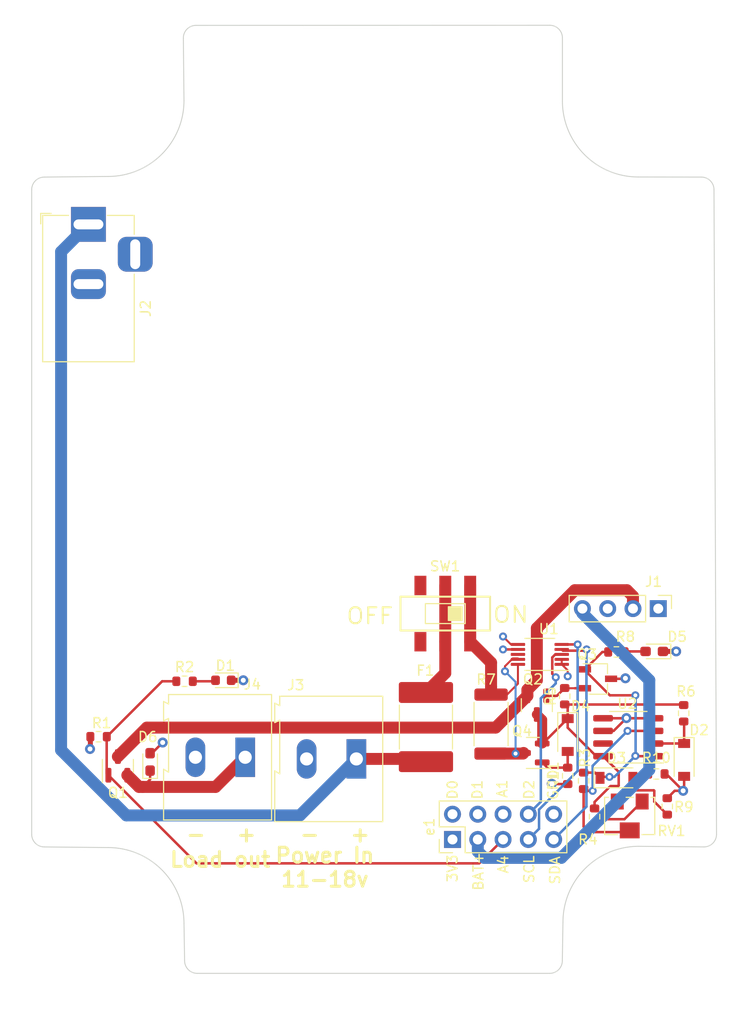
<source format=kicad_pcb>
(kicad_pcb (version 20211014) (generator pcbnew)
  (layers (0 "F.Cu" signal) (1 "In1.Cu" power "Gnd.Cu") (2 "In2.Cu" power "Pwr.Cu") (31 "B.Cu" signal) (34 "B.Paste" user) (35 "F.Paste" user) (36 "B.SilkS" user "B.Silkscreen") (37 "F.SilkS" user "F.Silkscreen") (38 "B.Mask" user) (39 "F.Mask" user) (44 "Edge.Cuts" user))
  (net 0 "")
  (net 1 "GND")
  (net 2 "LOAD_OUT")
  (net 3 "+5V")
  (net 4 "+3V3")
  (net 5 "LOAD_ENABLE")
  (net 6 "SCL")
  (net 7 "INPUT_ALERT")
  (net 8 "SDA")
  (net 10 "Net-(F1-Pad2)")
  (net 11 "Net-(F1-Pad1)")
  (net 16 "POWER1")
  (net 17 "Net-(D4-Pad2)")
  (net 18 "Net-(RV1-Pad2)")
  (net 19 "Net-(D5-Pad2)")
  (net 21 "POWER2")
  (net 22 "Net-(Q2-Pad1)")
  (net 23 "Net-(R9-Pad1)")
  (net 25 "/C_Sense_p2")
  (net 26 "Net-(D1-Pad2)")
  (net 27 "Net-(D2-Pad1)")
  (net 28 "Net-(D3-Pad1)")
  (net 29 "Net-(D3-Pad2)")
  (net 31 "/C_Sense_p1")
  (net 32 "Net-(R4-Pad2)")
  (footprint "LED_SMD:LED_0603_1608Metric" (layer "F.Cu") (at 119.6 116.6 180)
    (fp_text reference "D1" (at -0.2 1.47 180) (layer "F.SilkS"))
    (fp_text value "LED_LOAD")
    (fp_line (start -1.485 -0.735) (end -1.485 0.735) (layer "F.SilkS") (width 0.12))
    (fp_line (start -1.485 0.735) (end 0.8 0.735) (layer "F.SilkS") (width 0.12))
    (fp_line (start 0.8 -0.735) (end -1.485 -0.735) (layer "F.SilkS") (width 0.12))
    (pad "1" smd roundrect (at -0.7875 0 180) (size 0.875 0.95) (layers "F.Cu" "F.Paste" "F.Mask") (net 1 "GND"))
    (pad "2" smd roundrect (at 0.7875 0 180) (size 0.875 0.95) (layers "F.Cu" "F.Paste" "F.Mask") (net 26 "Net-(D1-Pad2)"))
  )
  (footprint "Connector_BarrelJack:BarrelJack_Horizontal" (layer "F.Cu") (at 106.0425 70.8 90)
    (fp_text reference "J2" (at -8.45 5.75 90) (layer "F.SilkS"))
    (fp_text value "Barrel_Jack")
    (fp_line (start 1.1 -3.75) (end 1.1 -4.8) (layer "F.SilkS") (width 0.12))
    (fp_line (start 0.05 -4.8) (end 1.1 -4.8) (layer "F.SilkS") (width 0.12))
    (fp_line (start 0.9 -4.6) (end 0.9 -2) (layer "F.SilkS") (width 0.12))
    (fp_line (start 0.9 1.9) (end 0.9 4.6) (layer "F.SilkS") (width 0.12))
    (fp_line (start -13.8 4.6) (end -13.8 -4.6) (layer "F.SilkS") (width 0.12))
    (fp_line (start 0.9 4.6) (end -1 4.6) (layer "F.SilkS") (width 0.12))
    (fp_line (start -13.8 -4.6) (end 0.9 -4.6) (layer "F.SilkS") (width 0.12))
    (fp_line (start -5 4.6) (end -13.8 4.6) (layer "F.SilkS") (width 0.12))
    (pad "1" thru_hole rect (at 0 0 90) (size 3.5 3.5) (drill oval 1 3) (layers *.Cu *.Mask) (net 11 "Net-(F1-Pad1)"))
    (pad "2" thru_hole roundrect (at -6 0 90) (size 3 3.5) (drill oval 1 3) (layers *.Cu *.Mask) (net 1 "GND"))
    (pad "3" thru_hole roundrect (at -3 4.7 90) (size 3.5 3.5) (drill oval 3 1) (layers *.Cu *.Mask))
  )
  (footprint "Resistor_SMD:R_0603_1608Metric" (layer "F.Cu") (at 164.205 129.27 90)
    (fp_text reference "R9" (at -0.055 1.665 180) (layer "F.SilkS"))
    (fp_text value "39K")
    (fp_line (start -0.237258 -0.5225) (end 0.237258 -0.5225) (layer "F.SilkS") (width 0.12))
    (fp_line (start -0.237258 0.5225) (end 0.237258 0.5225) (layer "F.SilkS") (width 0.12))
    (pad "1" smd roundrect (at -0.825 0 90) (size 0.8 0.95) (layers "F.Cu" "F.Paste" "F.Mask") (net 23 "Net-(R9-Pad1)"))
    (pad "2" smd roundrect (at 0.825 0 90) (size 0.8 0.95) (layers "F.Cu" "F.Paste" "F.Mask") (net 1 "GND"))
  )
  (footprint "TerminalBlock:TerminalBlock_Altech_AK300-2_P5.00mm" (layer "F.Cu") (at 132.965 124.5 180)
    (fp_text reference "J3" (at 6.08 7.41) (layer "F.SilkS"))
    (fp_text value "Power in")
    (fp_line (start 8.2 5.6) (end 8.2 3.7) (layer "F.SilkS") (width 0.12))
    (fp_line (start 7.7 3.9) (end 7.7 -1.5) (layer "F.SilkS") (width 0.12))
    (fp_line (start 7.7 6.3) (end 7.7 5.35) (layer "F.SilkS") (width 0.12))
    (fp_line (start -2.65 6.3) (end 7.7 6.3) (layer "F.SilkS") (width 0.12))
    (fp_line (start 7.7 -1.5) (end 8.2 -1.2) (layer "F.SilkS") (width 0.12))
    (fp_line (start 8.2 3.65) (end 7.7 3.9) (layer "F.SilkS") (width 0.12))
    (fp_line (start 8.2 -6.3) (end -2.65 -6.3) (layer "F.SilkS") (width 0.12))
    (fp_line (start 8.2 3.7) (end 8.2 3.65) (layer "F.SilkS") (width 0.12))
    (fp_line (start 8.2 -1.2) (end 8.2 -6.3) (layer "F.SilkS") (width 0.12))
    (fp_line (start -2.65 -6.3) (end -2.65 6.3) (layer "F.SilkS") (width 0.12))
    (fp_line (start 7.7 5.35) (end 8.2 5.6) (layer "F.SilkS") (width 0.12))
    (pad "1" thru_hole rect (at 0 0 180) (size 1.98 3.96) (drill 1.32) (layers *.Cu *.Mask) (net 11 "Net-(F1-Pad1)"))
    (pad "2" thru_hole oval (at 5 0 180) (size 1.98 3.96) (drill 1.32) (layers *.Cu *.Mask) (net 1 "GND"))
  )
  (footprint "" (layer "F.Cu") (at 134.62 59.7)
    (fp_text reference "" (at 0 0) (layer "F.SilkS") (effects (font (size 1.27 1.27))))
    (fp_text value "" (at 0 0) (layer "F.SilkS") (effects (font (size 1.27 1.27))))
    (pad "" np_thru_hole circle locked (at 0 0) (size 4.3 4.3) (drill 4.3) (layers *.Cu *.Mask) (clearance 2.15))
  )
  (footprint "Diode_SMD:D_SOD-123" (layer "F.Cu") (at 154.2 122.1 -90)
    (fp_text reference "D4" (at -2.9 -1.3 180) (layer "F.SilkS"))
    (fp_text value "5v6")
    (fp_line (start -2.25 -1) (end 1.65 -1) (layer "F.SilkS") (width 0.12))
    (fp_line (start -2.25 1) (end 1.65 1) (layer "F.SilkS") (width 0.12))
    (fp_line (start -2.25 -1) (end -2.25 1) (layer "F.SilkS") (width 0.12))
    (pad "1" smd rect (at -1.65 0 270) (size 0.9 1.2) (layers "F.Cu" "F.Paste" "F.Mask") (net 16 "POWER1"))
    (pad "2" smd rect (at 1.65 0 270) (size 0.9 1.2) (layers "F.Cu" "F.Paste" "F.Mask") (net 17 "Net-(D4-Pad2)"))
  )
  (footprint "Potentiometer_SMD:Potentiometer_Bourns_3224W_Vertical" (layer "F.Cu") (at 160.43 130.23)
    (fp_text reference "RV1" (at 4.2 1.5) (layer "F.SilkS"))
    (fp_text value "20K")
    (fp_line (start -2.52 -1.87) (end -2.14 -1.87) (layer "F.SilkS") (width 0.12))
    (fp_line (start 1.24 1.87) (end 2.52 1.87) (layer "F.SilkS") (width 0.12))
    (fp_line (start -0.36 -1.87) (end 0.36 -1.87) (layer "F.SilkS") (width 0.12))
    (fp_line (start -2.52 1.87) (end -1.24 1.87) (layer "F.SilkS") (width 0.12))
    (fp_line (start 2.14 -1.87) (end 2.52 -1.87) (layer "F.SilkS") (width 0.12))
    (fp_line (start 2.52 -1.87) (end 2.52 1.87) (layer "F.SilkS") (width 0.12))
    (fp_line (start -2.52 -1.87) (end -2.52 1.87) (layer "F.SilkS") (width 0.12))
    (pad "1" smd rect (at 1.25 -1.45) (size 1.3 1.6) (layers "F.Cu" "F.Paste" "F.Mask") (net 32 "Net-(R4-Pad2)"))
    (pad "2" smd rect (at 0 1.45) (size 2 1.6) (layers "F.Cu" "F.Paste" "F.Mask") (net 18 "Net-(RV1-Pad2)"))
    (pad "3" smd rect (at -1.25 -1.45) (size 1.3 1.6) (layers "F.Cu" "F.Paste" "F.Mask") (net 23 "Net-(R9-Pad1)"))
  )
  (footprint "Package_TO_SOT_SMD:SOT-23" (layer "F.Cu") (at 109 125.2 90)
    (fp_text reference "Q1" (at -2.7 0 180) (layer "F.SilkS"))
    (fp_text value "AO3407")
    (fp_line (start 0 -1.56) (end 0.65 -1.56) (layer "F.SilkS") (width 0.12))
    (fp_line (start 0 -1.56) (end -1.675 -1.56) (layer "F.SilkS") (width 0.12))
    (fp_line (start 0 1.56) (end 0.65 1.56) (layer "F.SilkS") (width 0.12))
    (fp_line (start 0 1.56) (end -0.65 1.56) (layer "F.SilkS") (width 0.12))
    (pad "1" smd roundrect (at -0.9375 -0.95 90) (size 1.475 0.6) (layers "F.Cu" "F.Paste" "F.Mask") (net 5 "LOAD_ENABLE"))
    (pad "2" smd roundrect (at -0.9375 0.95 90) (size 1.475 0.6) (layers "F.Cu" "F.Paste" "F.Mask") (net 2 "LOAD_OUT"))
    (pad "3" smd roundrect (at 0.9375 0 90) (size 1.475 0.6) (layers "F.Cu" "F.Paste" "F.Mask") (net 21 "POWER2"))
  )
  (footprint "Econode:Slide-SW_DPDT_9.1mmx6.9mmP2.5" (layer "F.Cu") (at 141.9 109.9 180)
    (fp_text reference "SW1" (at 0.018 4.752) (layer "F.SilkS"))
    (fp_text value "SW_DPDT_x2" hide)
    (fp_text user "ON" (at -6.58 -0.107) (layer "F.SilkS") (effects (font (size 1.6 1.7) (thickness 0.2))))
    (fp_text user "OFF" (at 7.58 -0.234) (layer "F.SilkS") (effects (font (size 1.6 1.7) (thickness 0.2))))
    (fp_line (start 0 -1) (end -2 -1) (layer "F.SilkS") (width 0.12))
    (fp_line (start -4.5 1.7) (end 4.5 1.7) (layer "F.SilkS") (width 0.2))
    (fp_line (start -4.5 -1.7) (end 4.5 -1.7) (layer "F.SilkS") (width 0.2))
    (fp_line (start -2 -1) (end -2 1) (layer "F.SilkS") (width 0.12))
    (fp_line (start -4.5 1.7) (end -4.5 -1.7) (layer "F.SilkS") (width 0.2))
    (fp_line (start -2 1) (end 2 1) (layer "F.SilkS") (width 0.12))
    (fp_line (start 2 1) (end 2 -1) (layer "F.SilkS") (width 0.12))
    (fp_line (start 2 -1) (end 0 -1) (layer "F.SilkS") (width 0.12))
    (fp_line (start 4.5 1.7) (end 4.5 -1.7) (layer "F.SilkS") (width 0.2))
    (fp_poly (pts (xy -0.3 0.7) (xy -1.7 0.7) (xy -1.7 -0.7) (xy -0.3 -0.7)) (layer "F.SilkS") (width 0.1) (fill solid))
    (pad "1" smd rect (at -2.5 -2.825 180) (size 1.2 1.95) (layers "F.Cu" "F.Paste" "F.Mask") (net 31 "/C_Sense_p1"))
    (pad "2" smd rect (at 0 -2.825 180) (size 1.2 1.95) (layers "F.Cu" "F.Paste" "F.Mask") (net 10 "Net-(F1-Pad2)"))
    (pad "3" smd rect (at 2.5 -2.825 180) (size 1.2 1.95) (layers "F.Cu" "F.Paste" "F.Mask"))
    (pad "4" smd rect (at 2.5 2.825 180) (size 1.2 1.95) (layers "F.Cu" "F.Paste" "F.Mask"))
    (pad "5" smd rect (at 0 2.825 180) (size 1.2 1.95) (layers "F.Cu" "F.Paste" "F.Mask") (net 10 "Net-(F1-Pad2)"))
    (pad "6" smd rect (at -2.5 2.825 180) (size 1.2 1.95) (layers "F.Cu" "F.Paste" "F.Mask"))
  )
  (footprint "Resistor_SMD:R_0603_1608Metric" (layer "F.Cu") (at 165.855 119.915 -90)
    (fp_text reference "R6" (at -2.2 -0.23 180) (layer "F.SilkS"))
    (fp_text value "47K")
    (fp_line (start -0.237258 0.5225) (end 0.237258 0.5225) (layer "F.SilkS") (width 0.12))
    (fp_line (start -0.237258 -0.5225) (end 0.237258 -0.5225) (layer "F.SilkS") (width 0.12))
    (pad "1" smd roundrect (at -0.825 0 270) (size 0.8 0.95) (layers "F.Cu" "F.Paste" "F.Mask") (net 16 "POWER1"))
    (pad "2" smd roundrect (at 0.825 0 270) (size 0.8 0.95) (layers "F.Cu" "F.Paste" "F.Mask") (net 27 "Net-(D2-Pad1)"))
  )
  (footprint "Resistor_SMD:R_0603_1608Metric" (layer "F.Cu") (at 159.095 113.755)
    (fp_text reference "R8" (at 0.9 -1.53) (layer "F.SilkS"))
    (fp_text value "2.2K")
    (fp_line (start -0.237258 -0.5225) (end 0.237258 -0.5225) (layer "F.SilkS") (width 0.12))
    (fp_line (start -0.237258 0.5225) (end 0.237258 0.5225) (layer "F.SilkS") (width 0.12))
    (pad "1" smd roundrect (at -0.825 0) (size 0.8 0.95) (layers "F.Cu" "F.Paste" "F.Mask") (net 28 "Net-(D3-Pad1)"))
    (pad "2" smd roundrect (at 0.825 0) (size 0.8 0.95) (layers "F.Cu" "F.Paste" "F.Mask") (net 19 "Net-(D5-Pad2)"))
  )
  (footprint "Diode_SMD:D_SOD-123" (layer "F.Cu") (at 165.9 124.6 -90)
    (fp_text reference "D2" (at -3 -1.5 180) (layer "F.SilkS"))
    (fp_text value "5v6")
    (fp_line (start -2.25 1) (end 1.65 1) (layer "F.SilkS") (width 0.12))
    (fp_line (start -2.25 -1) (end 1.65 -1) (layer "F.SilkS") (width 0.12))
    (fp_line (start -2.25 -1) (end -2.25 1) (layer "F.SilkS") (width 0.12))
    (pad "1" smd rect (at -1.65 0 270) (size 0.9 1.2) (layers "F.Cu" "F.Paste" "F.Mask") (net 27 "Net-(D2-Pad1)"))
    (pad "2" smd rect (at 1.65 0 270) (size 0.9 1.2) (layers "F.Cu" "F.Paste" "F.Mask") (net 1 "GND"))
  )
  (footprint "Resistor_SMD:R_0603_1608Metric" (layer "F.Cu") (at 107.06 122.265 180)
    (fp_text reference "R1" (at -0.3 1.37) (layer "F.SilkS"))
    (fp_text value "10K")
    (fp_line (start -0.237258 -0.5225) (end 0.237258 -0.5225) (layer "F.SilkS") (width 0.12))
    (fp_line (start -0.237258 0.5225) (end 0.237258 0.5225) (layer "F.SilkS") (width 0.12))
    (pad "1" smd roundrect (at -0.825 0 180) (size 0.8 0.95) (layers "F.Cu" "F.Paste" "F.Mask") (net 5 "LOAD_ENABLE"))
    (pad "2" smd roundrect (at 0.825 0 180) (size 0.8 0.95) (layers "F.Cu" "F.Paste" "F.Mask") (net 1 "GND"))
  )
  (footprint "" (layer "F.Cu") (at 134.62 139.7)
    (fp_text reference "" (at 0 0) (layer "F.SilkS") (effects (font (size 1.27 1.27))))
    (fp_text value "" (at 0 0) (layer "F.SilkS") (effects (font (size 1.27 1.27))))
    (pad "" np_thru_hole circle locked (at 0 0) (size 4.3 4.3) (drill 4.3) (layers *.Cu *.Mask) (clearance 2.15))
  )
  (footprint "Resistor_SMD:R_0603_1608Metric" (layer "F.Cu") (at 115.7 116.7)
    (fp_text reference "R2" (at 0 -1.43) (layer "F.SilkS"))
    (fp_text value "1K")
    (fp_line (start -0.237258 0.5225) (end 0.237258 0.5225) (layer "F.SilkS") (width 0.12))
    (fp_line (start -0.237258 -0.5225) (end 0.237258 -0.5225) (layer "F.SilkS") (width 0.12))
    (pad "1" smd roundrect (at -0.825 0) (size 0.8 0.95) (layers "F.Cu" "F.Paste" "F.Mask") (net 5 "LOAD_ENABLE"))
    (pad "2" smd roundrect (at 0.825 0) (size 0.8 0.95) (layers "F.Cu" "F.Paste" "F.Mask") (net 26 "Net-(D1-Pad2)"))
  )
  (footprint "Package_TO_SOT_SMD:TSOT-23" (layer "F.Cu") (at 157.25 116.45)
    (fp_text reference "Q3" (at -1.1 -2.45) (layer "F.SilkS"))
    (fp_text value "FOSAN-BSS138")
    (fp_line (start 0.95 -1.5) (end 0.95 -0.5) (layer "F.SilkS") (width 0.12))
    (fp_line (start 0.95 0.5) (end 0.95 1.55) (layer "F.SilkS") (width 0.12))
    (fp_line (start 0.95 1.55) (end -0.9 1.55) (layer "F.SilkS") (width 0.12))
    (fp_line (start 0.93 -1.51) (end -1.5 -1.51) (layer "F.SilkS") (width 0.12))
    (pad "1" smd rect (at -1.31 -0.95) (size 1.22 0.65) (layers "F.Cu" "F.Paste" "F.Mask") (net 28 "Net-(D3-Pad1)"))
    (pad "2" smd rect (at -1.31 0.95) (size 1.22 0.65) (layers "F.Cu" "F.Paste" "F.Mask") (net 22 "Net-(Q2-Pad1)"))
    (pad "3" smd rect (at 1.31 0) (size 1.22 0.65) (layers "F.Cu" "F.Paste" "F.Mask") (net 1 "GND"))
  )
  (footprint "Econode:ExpansionHeader_2x05_P2.54mm_Vertical" (layer "F.Cu") (at 142.626 132.593 90)
    (fp_text reference "e1" (at 1.27 -2.33 90) (layer "F.SilkS"))
    (fp_text value "SmartTrap expansion port")
    (fp_text user "D2" (at 5 7.7 90 unlocked) (layer "F.SilkS"))
    (fp_text user "A4" (at -2.5 5.1 90 unlocked) (layer "F.SilkS"))
    (fp_text user "D0" (at 5 0 90 unlocked) (layer "F.SilkS"))
    (fp_text user "3V3" (at -2.9 0 90 unlocked) (layer "F.SilkS"))
    (fp_text user "SCL" (at -3 7.7 90 unlocked) (layer "F.SilkS"))
    (fp_text user "BAT+" (at -3.2 2.6 90 unlocked) (layer "F.SilkS"))
    (fp_text user "D1" (at 5 2.5 90 unlocked) (layer "F.SilkS"))
    (fp_text user "SDA" (at -3.1 10.3 90 unlocked) (layer "F.SilkS"))
    (fp_text user "A1" (at 5.1 5 90 unlocked) (layer "F.SilkS"))
    (fp_text user "GND" (at 5.5 10.1 90 unlocked) (layer "F.SilkS"))
    (fp_line (start -1.33 0) (end -1.33 -1.33) (layer "F.SilkS") (width 0.12))
    (fp_line (start 1.27 1.27) (end 1.27 -1.33) (layer "F.SilkS") (width 0.12))
    (fp_line (start 1.27 -1.33) (end 3.87 -1.33) (layer "F.SilkS") (width 0.12))
    (fp_line (start -1.33 -1.33) (end 0 -1.33) (layer "F.SilkS") (width 0.12))
    (fp_line (start 3.87 -1.33) (end 3.87 11.49) (layer "F.SilkS") (width 0.12))
    (fp_line (start -1.33 11.49) (end 3.87 11.49) (layer "F.SilkS") (width 0.12))
    (fp_line (start -1.33 1.27) (end -1.33 11.49) (layer "F.SilkS") (width 0.12))
    (fp_line (start -1.33 1.27) (end 1.27 1.27) (layer "F.SilkS") (width 0.12))
    (pad "1" thru_hole rect (at 0 0 90) (size 1.7 1.7) (drill 1) (layers *.Cu *.Mask) (net 4 "+3V3"))
    (pad "2" thru_hole oval (at 2.54 0 90) (size 1.7 1.7) (drill 1) (layers *.Cu *.Mask))
    (pad "3" thru_hole oval (at 0 2.54 90) (size 1.7 1.7) (drill 1) (layers *.Cu *.Mask) (net 3 "+5V"))
    (pad "4" thru_hole oval (at 2.54 2.54 90) (size 1.7 1.7) (drill 1) (layers *.Cu *.Mask))
    (pad "5" thru_hole oval (at 0 5.08 90) (size 1.7 1.7) (drill 1) (layers *.Cu *.Mask) (net 5 "LOAD_ENABLE"))
    (pad "6" thru_hole oval (at 2.54 5.08 90) (size 1.7 1.7) (drill 1) (layers *.Cu *.Mask))
    (pad "7" thru_hole oval (at 0 7.62 90) (size 1.7 1.7) (drill 1) (layers *.Cu *.Mask) (net 6 "SCL"))
    (pad "8" thru_hole oval (at 2.54 7.62 90) (size 1.7 1.7) (drill 1) (layers *.Cu *.Mask) (net 7 "INPUT_ALERT"))
    (pad "9" thru_hole oval (at 0 10.16 90) (size 1.7 1.7) (drill 1) (layers *.Cu *.Mask) (net 8 "SDA"))
    (pad "10" thru_hole oval (at 2.54 10.16 90) (size 1.7 1.7) (drill 1) (layers *.Cu *.Mask) (net 1 "GND"))
  )
  (footprint "Resistor_SMD:R_0603_1608Metric" (layer "F.Cu") (at 155.8 126.7 90)
    (fp_text reference "R3" (at 2.3 0.13 270) (layer "F.SilkS"))
    (fp_text value "1M")
    (fp_line (start -0.237258 -0.5225) (end 0.237258 -0.5225) (layer "F.SilkS") (width 0.12))
    (fp_line (start -0.237258 0.5225) (end 0.237258 0.5225) (layer "F.SilkS") (width 0.12))
    (pad "1" smd roundrect (at -0.825 0 90) (size 0.8 0.95) (layers "F.Cu" "F.Paste" "F.Mask") (net 18 "Net-(RV1-Pad2)"))
    (pad "2" smd roundrect (at 0.825 0 90) (size 0.8 0.95) (layers "F.Cu" "F.Paste" "F.Mask") (net 28 "Net-(D3-Pad1)"))
  )
  (footprint "Diode_SMD:D_SOD-123" (layer "F.Cu") (at 159.1 126.4)
    (fp_text reference "D3" (at 0 -2) (layer "F.SilkS"))
    (fp_text value "5v6")
    (fp_line (start -2.25 -1) (end 1.65 -1) (layer "F.SilkS") (width 0.12))
    (fp_line (start -2.25 -1) (end -2.25 1) (layer "F.SilkS") (width 0.12))
    (fp_line (start -2.25 1) (end 1.65 1) (layer "F.SilkS") (width 0.12))
    (pad "1" smd rect (at -1.65 0) (size 0.9 1.2) (layers "F.Cu" "F.Paste" "F.Mask") (net 28 "Net-(D3-Pad1)"))
    (pad "2" smd rect (at 1.65 0) (size 0.9 1.2) (layers "F.Cu" "F.Paste" "F.Mask") (net 29 "Net-(D3-Pad2)"))
  )
  (footprint "Resistor_SMD:R_0603_1608Metric" (layer "F.Cu") (at 153.9 118.2 90)
    (fp_text reference "R5" (at 0 -1.43 90) (layer "F.SilkS"))
    (fp_text value "22K")
    (fp_line (start -0.237258 0.5225) (end 0.237258 0.5225) (layer "F.SilkS") (width 0.12))
    (fp_line (start -0.237258 -0.5225) (end 0.237258 -0.5225) (layer "F.SilkS") (width 0.12))
    (pad "1" smd roundrect (at -0.825 0 90) (size 0.8 0.95) (layers "F.Cu" "F.Paste" "F.Mask") (net 16 "POWER1"))
    (pad "2" smd roundrect (at 0.825 0 90) (size 0.8 0.95) (layers "F.Cu" "F.Paste" "F.Mask") (net 22 "Net-(Q2-Pad1)"))
  )
  (footprint "Connector_PinHeader_2.54mm:PinHeader_1x04_P2.54mm_Vertical" (layer "F.Cu") (at 163.3 109.4 -90)
    (fp_text reference "J1" (at -2.7 0.47 180) (layer "F.SilkS"))
    (fp_text value "5V REG D245F5")
    (fp_line (start -1.33 1.27) (end -1.33 8.95) (layer "F.SilkS") (width 0.12))
    (fp_line (start 1.33 1.27) (end 1.33 8.95) (layer "F.SilkS") (width 0.12))
    (fp_line (start -1.33 8.95) (end 1.33 8.95) (layer "F.SilkS") (width 0.12))
    (fp_line (start -1.33 0) (end -1.33 -1.33) (layer "F.SilkS") (width 0.12))
    (fp_line (start -1.33 1.27) (end 1.33 1.27) (layer "F.SilkS") (width 0.12))
    (fp_line (start -1.33 -1.33) (end 0 -1.33) (layer "F.SilkS") (width 0.12))
    (pad "1" thru_hole rect (at 0 0 270) (size 1.7 1.7) (drill 1) (layers *.Cu *.Mask))
    (pad "2" thru_hole oval (at 0 2.54 270) (size 1.7 1.7) (drill 1) (layers *.Cu *.Mask) (net 21 "POWER2"))
    (pad "3" thru_hole oval (at 0 5.08 270) (size 1.7 1.7) (drill 1) (layers *.Cu *.Mask) (net 1 "GND"))
    (pad "4" thru_hole oval (at 0 7.62 270) (size 1.7 1.7) (drill 1) (layers *.Cu *.Mask) (net 3 "+5V"))
  )
  (footprint "Fuse:Fuse_2920_7451Metric_Pad2.10x5.45mm_HandSolder" (layer "F.Cu") (at 139.954 121.3 90)
    (fp_text reference "F1" (at 5.674 -0.054 180) (layer "F.SilkS"))
    (fp_text value "Polyfuse 3amp")
    (fp_line (start -2.203752 -2.67) (end 2.203752 -2.67) (layer "F.SilkS") (width 0.12))
    (fp_line (start -2.203752 2.67) (end 2.203752 2.67) (layer "F.SilkS") (width 0.12))
    (pad "1" smd roundrect (at -3.475 0 90) (size 2.1 5.45) (layers "F.Cu" "F.Paste" "F.Mask") (roundrect_rratio 0.119048) (net 11 "Net-(F1-Pad1)"))
    (pad "2" smd roundrect (at 3.475 0 90) (size 2.1 5.45) (layers "F.Cu" "F.Paste" "F.Mask") (roundrect_rratio 0.119048) (net 10 "Net-(F1-Pad2)"))
  )
  (footprint "Resistor_SMD:R_0603_1608Metric" (layer "F.Cu") (at 156.9 130.3 -90)
    (fp_text reference "R4" (at 2.3 0.67 180) (layer "F.SilkS"))
    (fp_text value "39K")
    (fp_line (start -0.237258 -0.5225) (end 0.237258 -0.5225) (layer "F.SilkS") (width 0.12))
    (fp_line (start -0.237258 0.5225) (end 0.237258 0.5225) (layer "F.SilkS") (width 0.12))
    (pad "1" smd roundrect (at -0.825 0 270) (size 0.8 0.95) (layers "F.Cu" "F.Paste" "F.Mask") (net 16 "POWER1"))
    (pad "2" smd roundrect (at 0.825 0 270) (size 0.8 0.95) (layers "F.Cu" "F.Paste" "F.Mask") (net 32 "Net-(R4-Pad2)"))
  )
  (footprint "TerminalBlock:TerminalBlock_Altech_AK300-2_P5.00mm" (layer "F.Cu") (at 121.793 124.333 180)
    (fp_text reference "J4" (at -0.72 7.31) (layer "F.SilkS"))
    (fp_text value "Load out" (at 2.515 -10.287) (layer "F.SilkS") (effects (font (size 1.5 1.5) (thickness 0.3))))
    (fp_line (start 7.7 6.3) (end 7.7 5.35) (layer "F.SilkS") (width 0.12))
    (fp_line (start -2.65 -6.3) (end -2.65 6.3) (layer "F.SilkS") (width 0.12))
    (fp_line (start 8.2 -1.2) (end 8.2 -6.3) (layer "F.SilkS") (width 0.12))
    (fp_line (start 8.2 -6.3) (end -2.65 -6.3) (layer "F.SilkS") (width 0.12))
    (fp_line (start 8.2 5.6) (end 8.2 3.7) (layer "F.SilkS") (width 0.12))
    (fp_line (start 8.2 3.7) (end 8.2 3.65) (layer "F.SilkS") (width 0.12))
    (fp_line (start 7.7 -1.5) (end 8.2 -1.2) (layer "F.SilkS") (width 0.12))
    (fp_line (start 7.7 3.9) (end 7.7 -1.5) (layer "F.SilkS") (width 0.12))
    (fp_line (start 8.2 3.65) (end 7.7 3.9) (layer "F.SilkS") (width 0.12))
    (fp_line (start -2.65 6.3) (end 7.7 6.3) (layer "F.SilkS") (width 0.12))
    (fp_line (start 7.7 5.35) (end 8.2 5.6) (layer "F.SilkS") (width 0.12))
    (pad "1" thru_hole rect (at 0 0 180) (size 1.98 3.96) (drill 1.32) (layers *.Cu *.Mask) (net 2 "LOAD_OUT"))
    (pad "2" thru_hole oval (at 5 0 180) (size 1.98 3.96) (drill 1.32) (layers *.Cu *.Mask) (net 1 "GND"))
  )
  (footprint "Diode_SMD:D_0603_1608Metric_Pad1.05x0.95mm_HandSolder" (layer "F.Cu") (at 112.24 124.8 90)
    (fp_text reference "D6" (at 2.51 -0.24 180) (layer "F.SilkS"))
    (fp_text value "D")
    (fp_line (start -1.66 0.735) (end 0.8 0.735) (layer "F.SilkS") (width 0.12))
    (fp_line (start 0.8 -0.735) (end -1.66 -0.735) (layer "F.SilkS") (width 0.12))
    (fp_line (start -1.66 -0.735) (end -1.66 0.735) (layer "F.SilkS") (width 0.12))
    (pad "1" smd roundrect (at -0.875 0 90) (size 1.05 0.95) (layers "F.Cu" "F.Paste" "F.Mask") (net 2 "LOAD_OUT"))
    (pad "2" smd roundrect (at 0.875 0 90) (size 1.05 0.95) (layers "F.Cu" "F.Paste" "F.Mask") (net 1 "GND"))
  )
  (footprint "Resistor_SMD:R_2512_6332Metric" (layer "F.Cu") (at 146.5 121 90)
    (fp_text reference "R7" (at 4.48 -0.5 180) (layer "F.SilkS"))
    (fp_text value "0.1")
    (fp_line (start -2.177064 1.71) (end 2.177064 1.71) (layer "F.SilkS") (width 0.12))
    (fp_line (start -2.177064 -1.71) (end 2.177064 -1.71) (layer "F.SilkS") (width 0.12))
    (pad "1" smd roundrect (at -2.9625 0 90) (size 1.225 3.35) (layers "F.Cu" "F.Paste" "F.Mask") (roundrect_rratio 0.204082) (net 25 "/C_Sense_p2"))
    (pad "2" smd roundrect (at 2.9625 0 90) (size 1.225 3.35) (layers "F.Cu" "F.Paste" "F.Mask") (roundrect_rratio 0.204082) (net 31 "/C_Sense_p1"))
  )
  (footprint "Resistor_SMD:R_0603_1608Metric" (layer "F.Cu") (at 154.2 126.2 90)
    (fp_text reference "R11" (at 0 -1.43 90) (layer "F.SilkS"))
    (fp_text value "22K")
    (fp_line (start -0.237258 0.5225) (end 0.237258 0.5225) (layer "F.SilkS") (width 0.12))
    (fp_line (start -0.237258 -0.5225) (end 0.237258 -0.5225) (layer "F.SilkS") (width 0.12))
    (pad "1" smd roundrect (at -0.825 0 90) (size 0.8 0.95) (layers "F.Cu" "F.Paste" "F.Mask") (net 1 "GND"))
    (pad "2" smd roundrect (at 0.825 0 90) (size 0.8 0.95) (layers "F.Cu" "F.Paste" "F.Mask") (net 17 "Net-(D4-Pad2)"))
  )
  (footprint "Package_TO_SOT_SMD:SOT-23" (layer "F.Cu") (at 151.1 119.1 -90)
    (fp_text reference "Q2" (at -2.6 0.4 180) (layer "F.SilkS"))
    (fp_text value "AO3407")
    (fp_line (start 0 1.56) (end -0.65 1.56) (layer "F.SilkS") (width 0.12))
    (fp_line (start 0 1.56) (end 0.65 1.56) (layer "F.SilkS") (width 0.12))
    (fp_line (start 0 -1.56) (end -1.675 -1.56) (layer "F.SilkS") (width 0.12))
    (fp_line (start 0 -1.56) (end 0.65 -1.56) (layer "F.SilkS") (width 0.12))
    (pad "1" smd roundrect (at -0.9375 -0.95 270) (size 1.475 0.6) (layers "F.Cu" "F.Paste" "F.Mask") (net 22 "Net-(Q2-Pad1)"))
    (pad "2" smd roundrect (at -0.9375 0.95 270) (size 1.475 0.6) (layers "F.Cu" "F.Paste" "F.Mask") (net 21 "POWER2"))
    (pad "3" smd roundrect (at 0.9375 0 270) (size 1.475 0.6) (layers "F.Cu" "F.Paste" "F.Mask") (net 16 "POWER1"))
  )
  (footprint "LED_SMD:LED_0603_1608Metric_Pad1.05x0.95mm_HandSolder" (layer "F.Cu") (at 162.9 113.7 180)
    (fp_text reference "D5" (at -2.3 1.47 180) (layer "F.SilkS"))
    (fp_text value "LED_PWR_OK")
    (fp_line (start -1.66 -0.735) (end -1.66 0.735) (layer "F.SilkS") (width 0.12))
    (fp_line (start -1.66 0.735) (end 0.8 0.735) (layer "F.SilkS") (width 0.12))
    (fp_line (start 0.8 -0.735) (end -1.66 -0.735) (layer "F.SilkS") (width 0.12))
    (pad "1" smd roundrect (at -0.875 0 180) (size 1.05 0.95) (layers "F.Cu" "F.Paste" "F.Mask") (net 1 "GND"))
    (pad "2" smd roundrect (at 0.875 0 180) (size 1.05 0.95) (layers "F.Cu" "F.Paste" "F.Mask") (net 19 "Net-(D5-Pad2)"))
  )
  (footprint "Package_SO:SOP-8_3.76x4.96mm_P1.27mm" (layer "F.Cu") (at 160.29 122.32 180)
    (fp_text reference "U2" (at 0.1 3.37) (layer "F.SilkS"))
    (fp_text value "Opamp_Dual_COS5532")
    (fp_line (start 0 -2.59) (end -3.525 -2.59) (layer "F.SilkS") (width 0.12))
    (fp_line (start 0 2.59) (end -1.88 2.59) (layer "F.SilkS") (width 0.12))
    (fp_line (start 0 2.59) (end 1.88 2.59) (layer "F.SilkS") (width 0.12))
    (fp_line (start 0 -2.59) (end 1.88 -2.59) (layer "F.SilkS") (width 0.12))
    (pad "1" smd roundrect (at -2.5375 -1.905 180) (size 1.975 0.65) (layers "F.Cu" "F.Paste" "F.Mask") (net 28 "Net-(D3-Pad1)"))
    (pad "2" smd roundrect (at -2.5375 -0.635 180) (size 1.975 0.65) (layers "F.Cu" "F.Paste" "F.Mask") (net 27 "Net-(D2-Pad1)"))
    (pad "3" smd roundrect (at -2.5375 0.635 180) (size 1.975 0.65) (layers "F.Cu" "F.Paste" "F.Mask") (net 18 "Net-(RV1-Pad2)"))
    (pad "4" smd roundrect (at -2.5375 1.905 180) (size 1.975 0.65) (layers "F.Cu" "F.Paste" "F.Mask") (net 1 "GND"))
    (pad "5" smd roundrect (at 2.5375 1.905 180) (size 1.975 0.65) (layers "F.Cu" "F.Paste" "F.Mask") (net 1 "GND"))
    (pad "6" smd roundrect (at 2.5375 0.635 180) (size 1.975 0.65) (layers "F.Cu" "F.Paste" "F.Mask") (net 1 "GND"))
    (pad "7" smd roundrect (at 2.5375 -0.635 180) (size 1.975 0.65) (layers "F.Cu" "F.Paste" "F.Mask"))
    (pad "8" smd roundrect (at 2.5375 -1.905 180) (size 1.975 0.65) (layers "F.Cu" "F.Paste" "F.Mask") (net 16 "POWER1"))
  )
  (footprint "Resistor_SMD:R_0603_1608Metric" (layer "F.Cu") (at 163.11 126.01)
    (fp_text reference "R10" (at 0 -1.63) (layer "F.SilkS"))
    (fp_text value "10K")
    (fp_line (start -0.237258 0.5225) (end 0.237258 0.5225) (layer "F.SilkS") (width 0.12))
    (fp_line (start -0.237258 -0.5225) (end 0.237258 -0.5225) (layer "F.SilkS") (width 0.12))
    (pad "1" smd roundrect (at -0.825 0) (size 0.8 0.95) (layers "F.Cu" "F.Paste" "F.Mask") (net 29 "Net-(D3-Pad2)"))
    (pad "2" smd roundrect (at 0.825 0) (size 0.8 0.95) (layers "F.Cu" "F.Paste" "F.Mask") (net 1 "GND"))
  )
  (footprint "Package_TO_SOT_SMD:SOT-23" (layer "F.Cu") (at 150.7 123.9 180)
    (fp_text reference "Q4" (at 1.1 2.2) (layer "F.SilkS"))
    (fp_text value "AO3407")
    (fp_line (start 0 -1.56) (end -1.675 -1.56) (layer "F.SilkS") (width 0.12))
    (fp_line (start 0 -1.56) (end 0.65 -1.56) (layer "F.SilkS") (width 0.12))
    (fp_line (start 0 1.56) (end 0.65 1.56) (layer "F.SilkS") (width 0.12))
    (fp_line (start 0 1.56) (end -0.65 1.56) (layer "F.SilkS") (width 0.12))
    (pad "1" smd roundrect (at -0.9375 -0.95 180) (size 1.475 0.6) (layers "F.Cu" "F.Paste" "F.Mask") (net 17 "Net-(D4-Pad2)"))
    (pad "2" smd roundrect (at -0.9375 0.95 180) (size 1.475 0.6) (layers "F.Cu" "F.Paste" "F.Mask") (net 16 "POWER1"))
    (pad "3" smd roundrect (at 0.9375 0 180) (size 1.475 0.6) (layers "F.Cu" "F.Paste" "F.Mask") (net 25 "/C_Sense_p2"))
  )
  (footprint "Package_SO:VSSOP-10_3x3mm_P0.5mm" (layer "F.Cu") (at 151.4 114 180)
    (fp_text reference "U1" (at -0.9 2.55) (layer "F.SilkS"))
    (fp_text value "INA226")
    (fp_line (start 0 -1.61) (end 1.5 -1.61) (layer "F.SilkS") (width 0.12))
    (fp_line (start 0 -1.61) (end -2.925 -1.61) (layer "F.SilkS") (width 0.12))
    (fp_line (start 0 1.61) (end -1.5 1.61) (layer "F.SilkS") (width 0.12))
    (fp_line (start 0 1.61) (end 1.5 1.61) (layer "F.SilkS") (width 0.12))
    (pad "1" smd roundrect (at -2.2 -1 180) (size 1.45 0.3) (layers "F.Cu" "F.Paste" "F.Mask") (net 1 "GND"))
    (pad "2" smd roundrect (at -2.2 -0.5 180) (size 1.45 0.3) (layers "F.Cu" "F.Paste" "F.Mask") (net 1 "GND"))
    (pad "3" smd roundrect (at -2.2 0 180) (size 1.45 0.3) (layers "F.Cu" "F.Paste" "F.Mask") (net 7 "INPUT_ALERT"))
    (pad "4" smd roundrect (at -2.2 0.5 180) (size 1.45 0.3) (layers "F.Cu" "F.Paste" "F.Mask") (net 8 "SDA"))
    (pad "5" smd roundrect (at -2.2 1 180) (size 1.45 0.3) (layers "F.Cu" "F.Paste" "F.Mask") (net 6 "SCL"))
    (pad "6" smd roundrect (at 2.2 1 180) (size 1.45 0.3) (layers "F.Cu" "F.Paste" "F.Mask") (net 4 "+3V3"))
    (pad "7" smd roundrect (at 2.2 0.5 180) (size 1.45 0.3) (layers "F.Cu" "F.Paste" "F.Mask") (net 1 "GND"))
    (pad "8" smd roundrect (at 2.2 0 180) (size 1.45 0.3) (layers "F.Cu" "F.Paste" "F.Mask") (net 31 "/C_Sense_p1"))
    (pad "9" smd roundrect (at 2.2 -0.5 180) (size 1.45 0.3) (layers "F.Cu" "F.Paste" "F.Mask") (net 25 "/C_Sense_p2"))
    (pad "10" smd roundrect (at 2.2 -1 180) (size 1.45 0.3) (layers "F.Cu" "F.Paste" "F.Mask") (net 31 "/C_Sense_p1"))
  )
  (gr_arc (start 115.579026 52.079026) (mid 115.951 51.181) (end 116.849026 50.809026) (layer "Edge.Cuts") (width 0.1))
  (gr_arc (start 116.976026 146.040974) (mid 116.078 145.669) (end 115.706026 144.770974) (layer "Edge.Cuts") (width 0.1))
  (gr_line (start 168.900974 67.319026) (end 169.154974 132.070974) (layer "Edge.Cuts") (width 0.1))
  (gr_arc (start 161.29 66.04) (mid 155.901846 63.808154) (end 153.67 58.42) (layer "Edge.Cuts") (width 0.1))
  (gr_line (start 116.849026 50.809026) (end 152.4 50.8) (layer "Edge.Cuts") (width 0.1))
  (gr_arc (start 153.660974 144.770974) (mid 153.289 145.669) (end 152.390974 146.040974) (layer "Edge.Cuts") (width 0.1))
  (gr_line (start 115.579026 52.079026) (end 115.642846 58.365846) (layer "Edge.Cuts") (width 0.1))
  (gr_arc (start 153.724154 140.897154) (mid 155.956 135.509) (end 161.344154 133.277154) (layer "Edge.Cuts") (width 0.1))
  (gr_arc (start 101.609026 133.340974) (mid 100.711 132.969) (end 100.339026 132.070974) (layer "Edge.Cuts") (width 0.1))
  (gr_arc (start 152.4 50.8) (mid 153.298026 51.171974) (end 153.67 52.07) (layer "Edge.Cuts") (width 0.1))
  (gr_line (start 115.642846 141.024154) (end 115.706026 144.770974) (layer "Edge.Cuts") (width 0.1))
  (gr_line (start 100.339026 67.319026) (end 100.339026 132.070974) (layer "Edge.Cuts") (width 0.1))
  (gr_line (start 101.609026 66.049026) (end 108.022846 65.985846) (layer "Edge.Cuts") (width 0.1))
  (gr_line (start 161.29 66.04) (end 167.630974 66.049026) (layer "Edge.Cuts") (width 0.1))
  (gr_line (start 153.724154 140.897154) (end 153.660974 144.770974) (layer "Edge.Cuts") (width 0.1))
  (gr_arc (start 167.630974 66.049026) (mid 168.529 66.421) (end 168.900974 67.319026) (layer "Edge.Cuts") (width 0.1))
  (gr_line (start 101.609026 133.340974) (end 108.022846 133.404154) (layer "Edge.Cuts") (width 0.1))
  (gr_line (start 116.976026 146.040974) (end 152.390974 146.040974) (layer "Edge.Cuts") (width 0.1))
  (gr_arc (start 169.154974 132.070974) (mid 168.783 132.969) (end 167.884974 133.340974) (layer "Edge.Cuts") (width 0.1))
  (gr_arc (start 108.022846 133.404154) (mid 113.411 135.636) (end 115.642846 141.024154) (layer "Edge.Cuts") (width 0.1))
  (gr_arc (start 115.642846 58.365846) (mid 113.411 63.754) (end 108.022846 65.985846) (layer "Edge.Cuts") (width 0.1))
  (gr_arc (start 100.339026 67.319026) (mid 100.711 66.421) (end 101.609026 66.049026) (layer "Edge.Cuts") (width 0.1))
  (gr_line (start 153.67 52.07) (end 153.67 58.42) (layer "Edge.Cuts") (width 0.1))
  (gr_line (start 161.344154 133.277154) (end 167.884974 133.340974) (layer "Edge.Cuts") (width 0.1))
  (gr_text "Power In\n11-18v" (at 129.8 135.4) (layer "F.SilkS") (effects (font (size 1.5 1.5) (thickness 0.3))))
  (gr_text "+" (at 133.35 132.08) (layer "F.SilkS") (effects (font (size 1.5 1.5) (thickness 0.3))))
  (gr_text "+" (at 121.92 132.08) (layer "F.SilkS") (effects (font (size 1.5 1.5) (thickness 0.3))))
  (gr_text "-" (at 116.84 132.08) (layer "F.SilkS") (effects (font (size 1.5 1.5) (thickness 0.3))))
  (gr_text "-" (at 128.27 132.08) (layer "F.SilkS") (effects (font (size 1.5 1.5) (thickness 0.3))))
  (segment (start 112.24 123.925) (end 112.427989 123.925) (width 0.25) (layer "F.Cu") (net 1))
  (segment (start 106.235 123.465) (end 106.2 123.5) (width 0.5) (layer "F.Cu") (net 1))
  (segment (start 160.115 120.415) (end 160.1 120.4) (width 0.25) (layer "F.Cu") (net 1))
  (segment (start 154.2 115.6) (end 153.6 115) (width 0.2) (layer "F.Cu") (net 1))
  (segment (start 164.95 127.7) (end 164.205 128.445) (width 0.25) (layer "F.Cu") (net 1))
  (segment (start 112.427989 123.925) (end 113.5 122.852989) (width 0.25) (layer "F.Cu") (net 1))
  (segment (start 159.95 116.45) (end 160 116.4) (width 0.25) (layer "F.Cu") (net 1))
  (segment (start 162.8275 120.415) (end 160.115 120.415) (width 0.25) (layer "F.Cu") (net 1))
  (segment (start 163.775 113.7) (end 165.1 113.7) (width 0.5) (layer "F.Cu") (net 1))
  (segment (start 165.9 126.25) (end 165.9 127.6) (width 0.25) (layer "F.Cu") (net 1))
  (segment (start 163.935 126.01) (end 164.11 126.01) (width 0.25) (layer "F.Cu") (net 1))
  (segment (start 153.6 115) (end 153.6 114.52452) (width 0.2) (layer "F.Cu") (net 1))
  (segment (start 120.3875 116.6) (end 121.6 116.6) (width 0.5) (layer "F.Cu") (net 1))
  (segment (start 165.8 127.7) (end 164.95 127.7) (width 0.25) (layer "F.Cu") (net 1))
  (segment (start 106.235 122.265) (end 106.235 123.465) (width 0.5) (layer "F.Cu") (net 1))
  (segment (start 158.815 121.685) (end 160.1 120.4) (width 0.25) (layer "F.Cu") (net 1))
  (segment (start 152.625 127.025) (end 152.6 127) (width 0.25) (layer "F.Cu") (net 1))
  (segment (start 165.9 127.6) (end 165.8 127.7) (width 0.25) (layer "F.Cu") (net 1))
  (segment (start 157.7525 120.415) (end 160.085 120.415) (width 0.25) (layer "F.Cu") (net 1))
  (segment (start 158.56 116.45) (end 159.95 116.45) (width 0.25) (layer "F.Cu") (net 1))
  (segment (start 164.11 126.01) (end 165.8 127.7) (width 0.25) (layer "F.Cu") (net 1))
  (segment (start 149.2 113.5) (end 147.7 113.5) (width 0.25) (layer "F.Cu") (net 1))
  (segment (start 154.2 127.025) (end 152.625 127.025) (width 0.25) (layer "F.Cu") (net 1))
  (segment (start 157.7525 121.685) (end 158.815 121.685) (width 0.25) (layer "F.Cu") (net 1))
  (segment (start 154.2 116.2) (end 154.2 115.6) (width 0.2) (layer "F.Cu") (net 1))
  (segment (start 160.085 120.415) (end 160.1 120.4) (width 0.25) (layer "F.Cu") (net 1))
  (via (at 160.1 120.4) (size 1) (drill 0.5) (layers "F.Cu" "B.Cu") (net 1))
  (via (at 154.2 116.2) (size 0.8) (drill 0.4) (layers "F.Cu" "B.Cu") (net 1))
  (via (at 160 116.4) (size 1) (drill 0.5) (layers "F.Cu" "B.Cu") (net 1))
  (via (at 121.6 116.6) (size 1) (drill 0.5) (layers "F.Cu" "B.Cu") (net 1))
  (via (at 165.1 113.7) (size 1) (drill 0.5) (layers "F.Cu" "B.Cu") (net 1))
  (via (at 147.7 113.5) (size 0.8) (drill 0.4) (layers "F.Cu" "B.Cu") (net 1))
  (via (at 113.5 122.852989) (size 1) (drill 0.5) (layers "F.Cu" "B.Cu") (net 1))
  (via (at 106.2 123.5) (size 1) (drill 0.5) (layers "F.Cu" "B.Cu") (net 1))
  (via (at 165.8 127.7) (size 1) (drill 0.5) (layers "F.Cu" "B.Cu") (net 1))
  (via (at 152.6 127) (size 1) (drill 0.5) (layers "F.Cu" "B.Cu") (net 1))
  (segment (start 112.24 125.675) (end 112.24 126.56) (width 0.25) (layer "F.Cu") (net 2))
  (segment (start 112.24 126.56) (end 111.48748 127.31252) (width 0.25) (layer "F.Cu") (net 2))
  (segment (start 111.12502 127.31252) (end 109.95 126.1375) (width 1.2) (layer "F.Cu") (net 2))
  (segment (start 111.48748 127.31252) (end 111.12502 127.31252) (width 1.2) (layer "F.Cu") (net 2))
  (segment (start 121.793 124.333) (end 118.81348 127.31252) (width 1.2) (layer "F.Cu") (net 2))
  (segment (start 118.81348 127.31252) (end 111.48748 127.31252) (width 1.2) (layer "F.Cu") (net 2))
  (segment (start 145.81343 134.442511) (end 145.166 133.795081) (width 1.2) (layer "B.Cu") (net 3))
  (segment (start 155.68 109.4) (end 155.68 109.86838) (width 1.2) (layer "B.Cu") (net 3))
  (segment (start 145.166 133.795081) (end 145.166 132.593) (width 1.2) (layer "B.Cu") (net 3))
  (segment (start 155.68 109.86838) (end 162.399511 116.587891) (width 1.2) (layer "B.Cu") (net 3))
  (segment (start 153.552094 134.442511) (end 145.81343 134.442511) (width 1.2) (layer "B.Cu") (net 3))
  (segment (start 162.399511 125.595094) (end 153.552094 134.442511) (width 1.2) (layer "B.Cu") (net 3))
  (segment (start 162.399511 116.587891) (end 162.399511 125.595094) (width 1.2) (layer "B.Cu") (net 3))
  (segment (start 147.7 112.2) (end 148.47548 112.97548) (width 0.2) (layer "F.Cu") (net 4))
  (segment (start 148.47548 112.97548) (end 149.2 112.97548) (width 0.2) (layer "F.Cu") (net 4))
  (via (at 147.7 112.2) (size 0.8) (drill 0.4) (layers "F.Cu" "B.Cu") (net 4))
  (segment (start 116.90217 134.98967) (end 108.05 126.1375) (width 0.25) (layer "F.Cu") (net 5))
  (segment (start 107.87548 125.96298) (end 107.87548 122.27452) (width 0.25) (layer "F.Cu") (net 5))
  (segment (start 113.45 116.7) (end 114.875 116.7) (width 0.25) (layer "F.Cu") (net 5))
  (segment (start 147.706 132.593) (end 145.30933 134.98967) (width 0.25) (layer "F.Cu") (net 5))
  (segment (start 108.05 126.1375) (end 107.87548 125.96298) (width 0.25) (layer "F.Cu") (net 5))
  (segment (start 107.87548 122.27452) (end 107.885 122.265) (width 0.25) (layer "F.Cu") (net 5))
  (segment (start 107.885 122.265) (end 113.45 116.7) (width 0.25) (layer "F.Cu") (net 5))
  (segment (start 145.30933 134.98967) (end 116.90217 134.98967) (width 0.25) (layer "F.Cu") (net 5))
  (segment (start 153.6 113) (end 155.2 113) (width 0.25) (layer "F.Cu") (net 6))
  (via (at 155.2 113) (size 0.8) (drill 0.4) (layers "F.Cu" "B.Cu") (net 6))
  (segment (start 151.320511 131.518489) (end 151.320511 129.586946) (width 0.25) (layer "B.Cu") (net 6))
  (segment (start 155.2 125.707457) (end 155.2 113) (width 0.25) (layer "B.Cu") (net 6))
  (segment (start 151.320511 129.586946) (end 155.2 125.707457) (width 0.25) (layer "B.Cu") (net 6))
  (segment (start 150.246 132.593) (end 151.320511 131.518489) (width 0.25) (layer "B.Cu") (net 6))
  (segment (start 152.65048 114.300935) (end 152.951415 114) (width 0.25) (layer "F.Cu") (net 7))
  (segment (start 152.951415 114) (end 153.6 114) (width 0.25) (layer "F.Cu") (net 7))
  (segment (start 152.65048 115.95048) (end 152.65048 114.300935) (width 0.25) (layer "F.Cu") (net 7))
  (segment (start 153 116.3) (end 152.65048 115.95048) (width 0.25) (layer "F.Cu") (net 7))
  (via (at 153 116.3) (size 0.8) (drill 0.4) (layers "F.Cu" "B.Cu") (net 7))
  (segment (start 151.5 118.417014) (end 153 116.917014) (width 0.25) (layer "B.Cu") (net 7))
  (segment (start 153 116.917014) (end 153 116.3) (width 0.25) (layer "B.Cu") (net 7))
  (segment (start 151.5 128.799) (end 151.5 118.417014) (width 0.25) (layer "B.Cu") (net 7))
  (segment (start 150.246 130.053) (end 150.246 129.554) (width 0.25) (layer "B.Cu") (net 7))
  (segment (start 150.246 130.053) (end 151.5 128.799) (width 0.25) (layer "B.Cu") (net 7))
  (segment (start 155.975489 113.624511) (end 156.1 113.5) (width 0.25) (layer "F.Cu") (net 8))
  (segment (start 153.724511 113.624511) (end 155.975489 113.624511) (width 0.25) (layer "F.Cu") (net 8))
  (segment (start 153.6 113.5) (end 153.724511 113.624511) (width 0.25) (layer "F.Cu") (net 8))
  (via (at 156.1 113.5) (size 0.8) (drill 0.4) (layers "F.Cu" "B.Cu") (net 8))
  (segment (start 156.084023 113.515977) (end 156.1 113.5) (width 0.25) (layer "B.Cu") (net 8))
  (segment (start 152.786 132.593) (end 156.084023 129.294977) (width 0.25) (layer "B.Cu") (net 8))
  (segment (start 156.084023 129.294977) (end 156.084023 113.515977) (width 0.25) (layer "B.Cu") (net 8))
  (segment (start 141.9 112.725) (end 141.9 107.075) (width 1.2) (layer "F.Cu") (net 10))
  (segment (start 139.954 117.825) (end 141.9 115.879) (width 1.2) (layer "F.Cu") (net 10))
  (segment (start 141.9 115.879) (end 141.9 112.725) (width 1.2) (layer "F.Cu") (net 10))
  (segment (start 139.908 124.333) (end 139.954 124.379) (width 1) (layer "F.Cu") (net 11))
  (segment (start 132.965 124.5) (end 139.833 124.5) (width 1.2) (layer "F.Cu") (net 11))
  (segment (start 139.7 124.633) (end 139.954 124.379) (width 0.5) (layer "F.Cu") (net 11))
  (segment (start 139.833 124.5) (end 139.954 124.379) (width 1.2) (layer "F.Cu") (net 11))
  (segment (start 103.29298 73.54952) (end 103.29298 123.61298) (width 1.2) (layer "B.Cu") (net 11))
  (segment (start 103.29298 123.61298) (end 109.855 130.175) (width 1.2) (layer "B.Cu") (net 11))
  (segment (start 106.0425 70.8) (end 103.29298 73.54952) (width 1.2) (layer "B.Cu") (net 11))
  (segment (start 109.855 130.175) (end 127.29 130.175) (width 1.2) (layer "B.Cu") (net 11))
  (segment (start 127.29 130.175) (end 132.965 124.5) (width 1.2) (layer "B.Cu") (net 11))
  (segment (start 159.324511 127.175489) (end 159.324511 125.797011) (width 0.25) (layer "F.Cu") (net 16))
  (segment (start 156.9 129.475) (end 156.9 128.824511) (width 0.25) (layer "F.Cu") (net 16))
  (segment (start 157.063407 124.225) (end 154.2 121.361593) (width 0.25) (layer "F.Cu") (net 16))
  (segment (start 154.2 119.325) (end 153.9 119.025) (width 0.25) (layer "F.Cu") (net 16))
  (segment (start 151.7 122.95) (end 154.2 120.45) (width 0.25) (layer "F.Cu") (net 16))
  (segment (start 159.275489 127.224511) (end 159.324511 127.175489) (width 0.25) (layer "F.Cu") (net 16))
  (segment (start 159.324511 125.797011) (end 157.7525 124.225) (width 0.25) (layer "F.Cu") (net 16))
  (segment (start 151.6375 120.575) (end 151.1 120.0375) (width 1) (layer "F.Cu") (net 16))
  (segment (start 157.7525 124.225) (end 157.063407 124.225) (width 0.25) (layer "F.Cu") (net 16))
  (segment (start 165.855 119.09) (end 165.79952 119.03452) (width 0.25) (layer "F.Cu") (net 16))
  (segment (start 154.2 121.361593) (end 154.2 120.45) (width 0.25) (layer "F.Cu") (net 16))
  (segment (start 154.2 120.45) (end 154.2 119.325) (width 0.25) (layer "F.Cu") (net 16))
  (segment (start 151.6375 122.95) (end 151.6375 120.575) (width 1) (layer "F.Cu") (net 16))
  (segment (start 156.9 128.824511) (end 158.5 127.224511) (width 0.25) (layer "F.Cu") (net 16))
  (segment (start 158.5 127.224511) (end 159.275489 127.224511) (width 0.25) (layer "F.Cu") (net 16))
  (segment (start 165.79952 119.03452) (end 154.155 119.03452) (width 0.25) (layer "F.Cu") (net 16))
  (segment (start 152.1625 125.375) (end 151.6375 124.85) (width 0.25) (layer "F.Cu") (net 17))
  (segment (start 154.2 123.75) (end 154.2 125.375) (width 0.25) (layer "F.Cu") (net 17))
  (segment (start 154.2 125.375) (end 152.1625 125.375) (width 0.25) (layer "F.Cu") (net 17))
  (segment (start 160.2 121.7) (end 160.215 121.685) (width 0.25) (layer "F.Cu") (net 18))
  (segment (start 156.708534 127.708535) (end 155.983535 127.708535) (width 0.25) (layer "F.Cu") (net 18))
  (segment (start 160.26048 131.84952) (end 156.34952 131.84952) (width 0.25) (layer "F.Cu") (net 18))
  (segment (start 160.43 131.68) (end 160.26048 131.84952) (width 0.25) (layer "F.Cu") (net 18))
  (segment (start 155.983535 127.708535) (end 155.8 127.525) (width 0.25) (layer "F.Cu") (net 18))
  (segment (start 156.34952 131.84952) (end 155.8 131.3) (width 0.25) (layer "F.Cu") (net 18))
  (segment (start 155.8 131.3) (end 155.8 127.525) (width 0.25) (layer "F.Cu") (net 18))
  (segment (start 162.8275 121.685) (end 160.215 121.685) (width 0.25) (layer "F.Cu") (net 18))
  (via (at 160.215 121.685) (size 0.8) (drill 0.4) (layers "F.Cu" "B.Cu") (net 18))
  (via (at 156.708534 127.708535) (size 0.8) (drill 0.4) (layers "F.Cu" "B.Cu") (net 18))
  (segment (start 156.708534 125.191466) (end 156.708534 127.708535) (width 0.25) (layer "B.Cu") (net 18))
  (segment (start 160.215 121.685) (end 156.708534 125.191466) (width 0.25) (layer "B.Cu") (net 18))
  (segment (start 162.025 113.7) (end 159.975 113.7) (width 0.25) (layer "F.Cu") (net 19))
  (segment (start 159.975 113.7) (end 159.92 113.755) (width 0.25) (layer "F.Cu") (net 19))
  (segment (start 151.1 116.6) (end 151.1 111.364395) (width 1.2) (layer "F.Cu") (net 21))
  (segment (start 150.15 117.55) (end 151.1 116.6) (width 1.2) (layer "F.Cu") (net 21))
  (segment (start 111.909011 121.353489) (end 109 124.2625) (width 1.2) (layer "F.Cu") (net 21))
  (segment (start 150.15 118.1625) (end 146.959011 121.353489) (width 1.2) (layer "F.Cu") (net 21))
  (segment (start 160.76 108.16) (end 160.76 109.4) (width 1.2) (layer "F.Cu") (net 21))
  (segment (start 151.1 111.364395) (end 154.913906 107.550489) (width 1.2) (layer "F.Cu") (net 21))
  (segment (start 146.959011 121.353489) (end 111.909011 121.353489) (width 1.2) (layer "F.Cu") (net 21))
  (segment (start 154.913906 107.550489) (end 160.150489 107.550489) (width 1.2) (layer "F.Cu") (net 21))
  (segment (start 160.150489 107.550489) (end 160.76 108.16) (width 1.2) (layer "F.Cu") (net 21))
  (segment (start 150.15 118.1625) (end 150.15 117.55) (width 1.2) (layer "F.Cu") (net 21))
  (segment (start 152.05 118.1625) (end 152.05 118.15) (width 0.25) (layer "F.Cu") (net 22))
  (segment (start 152.05 118.15) (end 152.1 118.1) (width 0.25) (layer "F.Cu") (net 22))
  (segment (start 153.925 117.4) (end 155.94 117.4) (width 0.2) (layer "F.Cu") (net 22))
  (segment (start 155.94 117.4) (end 154.92048 117.4) (width 0.25) (layer "F.Cu") (net 22))
  (segment (start 152.1 118.1) (end 152.16548 118.16548) (width 0.25) (layer "F.Cu") (net 22))
  (segment (start 153.1125 118.1625) (end 153.9 117.375) (width 0.25) (layer "F.Cu") (net 22))
  (segment (start 153.9 117.375) (end 153.925 117.4) (width 0.2) (layer "F.Cu") (net 22))
  (segment (start 152.05 118.1625) (end 153.1125 118.1625) (width 0.25) (layer "F.Cu") (net 22))
  (segment (start 160.304511 127.655489) (end 159.18 128.78) (width 0.25) (layer "F.Cu") (net 23))
  (segment (start 164.205 130.095) (end 162.9 128.79) (width 0.25) (layer "F.Cu") (net 23))
  (segment (start 162.9 128.79) (end 162.9 127.7) (width 0.25) (layer "F.Cu") (net 23))
  (segment (start 162.855489 127.655489) (end 160.304511 127.655489) (width 0.25) (layer "F.Cu") (net 23))
  (segment (start 162.9 127.7) (end 162.855489 127.655489) (width 0.25) (layer "F.Cu") (net 23))
  (segment (start 149.7 123.9625) (end 149.7625 123.9) (width 1.2) (layer "F.Cu") (net 25))
  (segment (start 147.8995 115.7) (end 147.8995 115.187271) (width 0.2) (layer "F.Cu") (net 25))
  (segment (start 146.5 123.9625) (end 149.7 123.9625) (width 1.2) (layer "F.Cu") (net 25))
  (segment (start 147.8995 115.187271) (end 148.686291 114.40048) (width 0.2) (layer "F.Cu") (net 25))
  (segment (start 148.686291 114.40048) (end 149.2 114.40048) (width 0.2) (layer "F.Cu") (net 25))
  (via (at 147.8995 115.7) (size 0.8) (drill 0.4) (layers "F.Cu" "B.Cu") (net 25))
  (via (at 148.9625 123.9625) (size 0.8) (drill 0.4) (layers "F.Cu" "B.Cu") (net 25))
  (segment (start 148.9625 116.763) (end 147.8995 115.7) (width 0.2) (layer "B.Cu") (net 25))
  (segment (start 148.9625 123.9625) (end 148.9625 116.763) (width 0.2) (layer "B.Cu") (net 25))
  (segment (start 116.525 116.7) (end 118.7125 116.7) (width 0.25) (layer "F.Cu") (net 26))
  (segment (start 118.7125 116.7) (end 118.8125 116.6) (width 0.25) (layer "F.Cu") (net 26))
  (segment (start 165.8 120.9) (end 165.9 121) (width 0.25) (layer "F.Cu") (net 27))
  (segment (start 165.855 120.845) (end 165.8 120.9) (width 0.25) (layer "F.Cu") (net 27))
  (segment (start 165.9 121) (end 165.9 122.95) (width 0.25) (layer "F.Cu") (net 27))
  (segment (start 165.855 120.74) (end 165.855 120.845) (width 0.25) (layer "F.Cu") (net 27))
  (segment (start 162.8275 122.955) (end 162.8325 122.95) (width 0.25) (layer "F.Cu") (net 27))
  (segment (start 162.8325 122.95) (end 165.9 122.95) (width 0.25) (layer "F.Cu") (net 27))
  (segment (start 158.4 126.3) (end 158.5 126.3) (width 0.25) (layer "F.Cu") (net 28))
  (segment (start 158.27 113.755) (end 157.685 113.755) (width 0.25) (layer "F.Cu") (net 28))
  (segment (start 161 118.11002) (end 158.435998 118.11002) (width 0.25) (layer "F.Cu") (net 28))
  (segment (start 156.925 125.875) (end 157.45 126.4) (width 0.25) (layer "F.Cu") (net 28))
  (segment (start 155.8 125.875) (end 156.925 125.875) (width 0.25) (layer "F.Cu") (net 28))
  (segment (start 157.55 126.3) (end 157.45 126.4) (width 0.25) (layer "F.Cu") (net 28))
  (segment (start 158.4 126.3) (end 157.55 126.3) (width 0.25) (layer "F.Cu") (net 28))
  (segment (start 162.8275 124.225) (end 161.025 124.225) (width 0.25) (layer "F.Cu") (net 28))
  (segment (start 157.685 113.755) (end 155.94 115.5) (width 0.25) (layer "F.Cu") (net 28))
  (segment (start 155.94 115.614022) (end 155.94 115.5) (width 0.25) (layer "F.Cu") (net 28))
  (segment (start 158.435998 118.11002) (end 155.94 115.614022) (width 0.25) (layer "F.Cu") (net 28))
  (segment (start 161.025 124.225) (end 161 124.2) (width 0.25) (layer "F.Cu") (net 28))
  (via (at 158.4 126.3) (size 0.8) (drill 0.4) (layers "F.Cu" "B.Cu") (net 28))
  (via (at 161 118.11002) (size 0.8) (drill 0.4) (layers "F.Cu" "B.Cu") (net 28))
  (via (at 161 124.2) (size 0.8) (drill 0.4) (layers "F.Cu" "B.Cu") (net 28))
  (segment (start 161 124.2) (end 161.024511 124.175489) (width 0.25) (layer "B.Cu") (net 28))
  (segment (start 161.024511 118.134531) (end 161 118.11002) (width 0.25) (layer "B.Cu") (net 28))
  (segment (start 161 124.2) (end 158.9 126.3) (width 0.25) (layer "B.Cu") (net 28))
  (segment (start 161.024511 124.175489) (end 161.024511 118.134531) (width 0.25) (layer "B.Cu") (net 28))
  (segment (start 158.9 126.3) (end 158.4 126.3) (width 0.25) (layer "B.Cu") (net 28))
  (segment (start 160.75 126.4) (end 161.895 126.4) (width 0.25) (layer "F.Cu") (net 29))
  (segment (start 161.895 126.4) (end 162.285 126.01) (width 0.25) (layer "F.Cu") (net 29))
  (segment (start 144.4 112.725) (end 144.4 107.075) (width 1.2) (layer "F.Cu") (net 31))
  (segment (start 149.2 115) (end 149.2 116.945044) (width 0.2) (layer "F.Cu") (net 31))
  (segment (start 148.107544 118.0375) (end 146.5 118.0375) (width 0.2) (layer "F.Cu") (net 31))
  (segment (start 146.5 114.825) (end 144.4 112.725) (width 1.2) (layer "F.Cu") (net 31))
  (segment (start 146.5 118.0375) (end 146.5 117.3) (width 1.2) (layer "F.Cu") (net 31))
  (segment (start 146.5 117.3) (end 146.5 114.825) (width 1.2) (layer "F.Cu") (net 31))
  (segment (start 149.2 116.945044) (end 148.107544 118.0375) (width 0.2) (layer "F.Cu") (net 31))
  (segment (start 159.904511 130.555489) (end 161.68 128.78) (width 0.25) (layer "F.Cu") (net 32))
  (segment (start 157.469511 130.555489) (end 159.904511 130.555489) (width 0.25) (layer "F.Cu") (net 32))
  (segment (start 156.9 131.125) (end 157.469511 130.555489) (width 0.25) (layer "F.Cu") (net 32))
)
</source>
